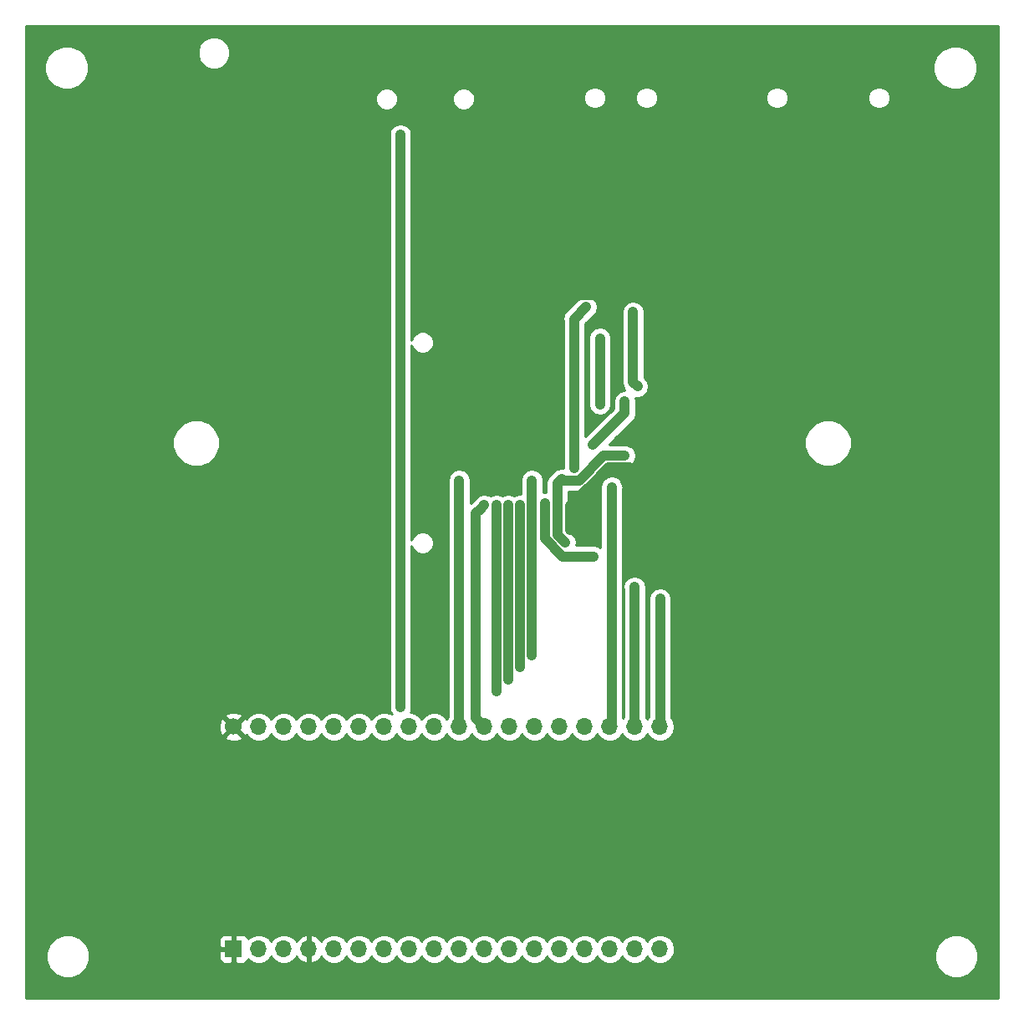
<source format=gbl>
%TF.GenerationSoftware,KiCad,Pcbnew,(5.0.0-rc2-dev)*%
%TF.CreationDate,2018-05-14T12:38:31-07:00*%
%TF.ProjectId,makerlabs-acm-reader-lock_v1.0.0,6D616B65726C6162732D61636D2D7265,rev?*%
%TF.SameCoordinates,Original*%
%TF.FileFunction,Copper,L2,Bot,Signal*%
%TF.FilePolarity,Positive*%
%FSLAX46Y46*%
G04 Gerber Fmt 4.6, Leading zero omitted, Abs format (unit mm)*
G04 Created by KiCad (PCBNEW (5.0.0-rc2-dev)) date Monday, May 14, 2018 at 12:38:31 PM*
%MOMM*%
%LPD*%
G01*
G04 APERTURE LIST*
%TA.AperFunction,ComponentPad*%
%ADD10O,1.700000X1.700000*%
%TD*%
%TA.AperFunction,ComponentPad*%
%ADD11C,1.700000*%
%TD*%
%TA.AperFunction,ComponentPad*%
%ADD12R,1.700000X1.700000*%
%TD*%
%TA.AperFunction,ViaPad*%
%ADD13C,0.800000*%
%TD*%
%TA.AperFunction,Conductor*%
%ADD14C,1.000000*%
%TD*%
%TA.AperFunction,Conductor*%
%ADD15C,0.254000*%
%TD*%
G04 APERTURE END LIST*
D10*
%TO.P,U1,19*%
%TO.N,/Interlock_Safe*%
X174980000Y-121750000D03*
%TO.P,U1,20*%
%TO.N,/MotorX_Safe*%
X172440000Y-121750000D03*
%TO.P,U1,21*%
%TO.N,/MotorY_Safe*%
X169900000Y-121750000D03*
%TO.P,U1,22*%
%TO.N,Net-(U1-Pad22)*%
X167360000Y-121750000D03*
%TO.P,U1,23*%
%TO.N,Net-(U1-Pad23)*%
X164820000Y-121750000D03*
%TO.P,U1,24*%
%TO.N,Net-(U1-Pad24)*%
X162280000Y-121750000D03*
%TO.P,U1,25*%
%TO.N,/Relay*%
X159740000Y-121750000D03*
%TO.P,U1,26*%
%TO.N,/DATA1*%
X157200000Y-121750000D03*
%TO.P,U1,27*%
%TO.N,/DATA0*%
X154660000Y-121750000D03*
%TO.P,U1,28*%
%TO.N,Net-(U1-Pad28)*%
X152120000Y-121750000D03*
%TO.P,U1,29*%
%TO.N,Net-(U1-Pad29)*%
X149580000Y-121750000D03*
%TO.P,U1,30*%
%TO.N,Net-(U1-Pad30)*%
X147040000Y-121750000D03*
%TO.P,U1,31*%
%TO.N,Net-(U1-Pad31)*%
X144500000Y-121750000D03*
%TO.P,U1,32*%
%TO.N,Net-(U1-Pad32)*%
X141960000Y-121750000D03*
%TO.P,U1,33*%
%TO.N,Net-(U1-Pad33)*%
X139420000Y-121750000D03*
%TO.P,U1,34*%
%TO.N,+3V3*%
X136880000Y-121750000D03*
%TO.P,U1,35*%
%TO.N,+5V*%
X134340000Y-121750000D03*
D11*
%TO.P,U1,36*%
%TO.N,GND*%
X131800000Y-121750000D03*
D12*
%TO.P,U1,1*%
X131800000Y-144250000D03*
D10*
%TO.P,U1,2*%
%TO.N,+5V*%
X134340000Y-144250000D03*
%TO.P,U1,3*%
%TO.N,+3V3*%
X136880000Y-144250000D03*
%TO.P,U1,4*%
%TO.N,GND*%
X139420000Y-144250000D03*
%TO.P,U1,5*%
%TO.N,Net-(U1-Pad5)*%
X141960000Y-144250000D03*
%TO.P,U1,6*%
%TO.N,Net-(U1-Pad6)*%
X144500000Y-144250000D03*
%TO.P,U1,7*%
%TO.N,Net-(U1-Pad7)*%
X147040000Y-144250000D03*
%TO.P,U1,8*%
%TO.N,Net-(U1-Pad8)*%
X149580000Y-144250000D03*
%TO.P,U1,9*%
%TO.N,/Read_Hold*%
X152120000Y-144250000D03*
%TO.P,U1,10*%
%TO.N,Net-(U1-Pad10)*%
X154660000Y-144250000D03*
%TO.P,U1,11*%
%TO.N,/Beeper*%
X157200000Y-144250000D03*
%TO.P,U1,12*%
%TO.N,Net-(U1-Pad12)*%
X159740000Y-144250000D03*
%TO.P,U1,13*%
%TO.N,Net-(U1-Pad13)*%
X162280000Y-144250000D03*
%TO.P,U1,14*%
%TO.N,Net-(U1-Pad14)*%
X164820000Y-144250000D03*
%TO.P,U1,15*%
%TO.N,/Green_LED*%
X167360000Y-144250000D03*
%TO.P,U1,16*%
%TO.N,Net-(U1-Pad16)*%
X169900000Y-144250000D03*
%TO.P,U1,17*%
%TO.N,/Red_LED*%
X172440000Y-144250000D03*
%TO.P,U1,18*%
%TO.N,Net-(U1-Pad18)*%
X174980000Y-144250000D03*
%TD*%
D13*
%TO.N,+3V3*%
X165400000Y-103100000D03*
X165002930Y-96700000D03*
X171400000Y-94300000D03*
%TO.N,GND*%
X161250000Y-93550008D03*
X165900000Y-99400000D03*
X165900000Y-101800000D03*
X161100000Y-79000000D03*
X167600000Y-97700000D03*
X172400000Y-106000000D03*
X136200000Y-101800000D03*
X131800000Y-101800000D03*
X169500000Y-79000000D03*
%TO.N,/DATA1*%
X157200000Y-99300004D03*
%TO.N,/DATA0*%
X154650000Y-96800000D03*
%TO.N,/Read_Hold*%
X158400000Y-118199998D03*
X158400000Y-99300000D03*
%TO.N,/Beeper*%
X162000000Y-114550000D03*
X162000000Y-96799992D03*
%TO.N,/Red_LED*%
X160800000Y-115750000D03*
X160800000Y-99300000D03*
%TO.N,/Green_LED*%
X159600000Y-116999992D03*
X159600000Y-99300000D03*
%TO.N,/Interlock_H*%
X172700000Y-87300000D03*
X172250000Y-79755000D03*
%TO.N,/Interlock_L*%
X166300000Y-95600000D03*
X167500000Y-79249998D03*
%TO.N,/MotorX_L*%
X168900000Y-89100000D03*
X168900000Y-82399986D03*
%TO.N,/Interlock_Safe*%
X175000000Y-108800000D03*
%TO.N,/MotorY_Safe*%
X170100002Y-97500000D03*
%TO.N,/MotorX_Safe*%
X172400000Y-107600000D03*
%TO.N,/MotorY_H*%
X168200000Y-93200000D03*
X171400000Y-88800000D03*
%TO.N,Net-(R1-Pad2)*%
X163300000Y-99100000D03*
X168250000Y-104500000D03*
%TO.N,/Relay*%
X148700000Y-61800000D03*
X148700000Y-119750000D03*
%TD*%
D14*
%TO.N,+3V3*%
X165400000Y-103100000D02*
X164599989Y-102299989D01*
X164602931Y-97099999D02*
X165002930Y-96700000D01*
X164599989Y-102299989D02*
X164599989Y-97102941D01*
X164599989Y-97102941D02*
X164602931Y-97099999D01*
X171400000Y-94300000D02*
X169302929Y-94300000D01*
X169302929Y-94300000D02*
X166802929Y-96800000D01*
X166802929Y-96800000D02*
X165102930Y-96800000D01*
X165102930Y-96800000D02*
X165002930Y-96700000D01*
%TO.N,GND*%
X161200000Y-79000000D02*
X161250000Y-79050000D01*
X161250000Y-79050000D02*
X161250000Y-92984323D01*
X161250000Y-92984323D02*
X161250000Y-93550008D01*
X165900000Y-101800000D02*
X165900000Y-99400000D01*
X167600000Y-97700000D02*
X165900000Y-99400000D01*
X161200000Y-79000000D02*
X161100000Y-79000000D01*
X169800000Y-95500000D02*
X167999999Y-97300001D01*
X172400000Y-106000000D02*
X172400000Y-96000000D01*
X167999999Y-97300001D02*
X167600000Y-97700000D01*
X172400000Y-96000000D02*
X171900000Y-95500000D01*
X171900000Y-95500000D02*
X169800000Y-95500000D01*
X162150011Y-78049989D02*
X161200000Y-79000000D01*
X168549989Y-78049989D02*
X162150011Y-78049989D01*
X169500000Y-79000000D02*
X168549989Y-78049989D01*
X131800000Y-101800000D02*
X136200000Y-101800000D01*
%TO.N,/DATA1*%
X156800001Y-99700003D02*
X157200000Y-99300004D01*
X157200000Y-121750000D02*
X156350001Y-120900001D01*
X156350001Y-120900001D02*
X156350001Y-100150003D01*
X156350001Y-100150003D02*
X156800001Y-99700003D01*
%TO.N,/DATA0*%
X154660000Y-96810000D02*
X154650000Y-96800000D01*
X154660000Y-121750000D02*
X154660000Y-96810000D01*
%TO.N,/Read_Hold*%
X158400000Y-99300000D02*
X158400000Y-118199998D01*
%TO.N,/Beeper*%
X162000000Y-96799992D02*
X162000000Y-114550000D01*
%TO.N,/Red_LED*%
X160800000Y-99300000D02*
X160800000Y-115750000D01*
%TO.N,/Green_LED*%
X159600000Y-99300000D02*
X159600000Y-116999992D01*
%TO.N,/Interlock_H*%
X172300001Y-86900001D02*
X172700000Y-87300000D01*
X172250000Y-79755000D02*
X172250000Y-86850000D01*
X172250000Y-86850000D02*
X172300001Y-86900001D01*
%TO.N,/Interlock_L*%
X166300000Y-80449998D02*
X166300000Y-95034315D01*
X167500000Y-79249998D02*
X166300000Y-80449998D01*
X166300000Y-95034315D02*
X166300000Y-95600000D01*
%TO.N,/MotorX_L*%
X168900000Y-82399986D02*
X168900000Y-89100000D01*
%TO.N,/Interlock_Safe*%
X175000000Y-108800000D02*
X175000000Y-121730000D01*
X175000000Y-121730000D02*
X174980000Y-121750000D01*
%TO.N,/MotorY_Safe*%
X169900000Y-121750000D02*
X170050000Y-121750000D01*
X170050000Y-121750000D02*
X170100000Y-121700000D01*
X170100000Y-121700000D02*
X170100000Y-97500002D01*
X170100000Y-97500002D02*
X170100002Y-97500000D01*
%TO.N,/MotorX_Safe*%
X172440000Y-107640000D02*
X172400000Y-107600000D01*
X172440000Y-121750000D02*
X172440000Y-107640000D01*
%TO.N,/MotorY_H*%
X171400000Y-89365685D02*
X171400000Y-88800000D01*
X168200000Y-93200000D02*
X171400000Y-90000000D01*
X171400000Y-90000000D02*
X171400000Y-89365685D01*
%TO.N,Net-(R1-Pad2)*%
X168250000Y-104500000D02*
X165100000Y-104500000D01*
X165100000Y-104500000D02*
X163300000Y-102700000D01*
X163300000Y-102700000D02*
X163300000Y-99665685D01*
X163300000Y-99665685D02*
X163300000Y-99100000D01*
%TO.N,/Relay*%
X148700000Y-119750000D02*
X148700000Y-61800000D01*
%TD*%
D15*
%TO.N,GND*%
G36*
X209265001Y-149265000D02*
X110735000Y-149265000D01*
X110735000Y-144555431D01*
X112765000Y-144555431D01*
X112765000Y-145444569D01*
X113105259Y-146266026D01*
X113733974Y-146894741D01*
X114555431Y-147235000D01*
X115444569Y-147235000D01*
X116266026Y-146894741D01*
X116894741Y-146266026D01*
X117235000Y-145444569D01*
X117235000Y-144555431D01*
X117226848Y-144535750D01*
X130315000Y-144535750D01*
X130315000Y-145226309D01*
X130411673Y-145459698D01*
X130590301Y-145638327D01*
X130823690Y-145735000D01*
X131514250Y-145735000D01*
X131673000Y-145576250D01*
X131673000Y-144377000D01*
X130473750Y-144377000D01*
X130315000Y-144535750D01*
X117226848Y-144535750D01*
X116894741Y-143733974D01*
X116434458Y-143273691D01*
X130315000Y-143273691D01*
X130315000Y-143964250D01*
X130473750Y-144123000D01*
X131673000Y-144123000D01*
X131673000Y-142923750D01*
X131927000Y-142923750D01*
X131927000Y-144123000D01*
X131947000Y-144123000D01*
X131947000Y-144377000D01*
X131927000Y-144377000D01*
X131927000Y-145576250D01*
X132085750Y-145735000D01*
X132776310Y-145735000D01*
X133009699Y-145638327D01*
X133188327Y-145459698D01*
X133254904Y-145298967D01*
X133269375Y-145320625D01*
X133760582Y-145648839D01*
X134193744Y-145735000D01*
X134486256Y-145735000D01*
X134919418Y-145648839D01*
X135410625Y-145320625D01*
X135610000Y-145022239D01*
X135809375Y-145320625D01*
X136300582Y-145648839D01*
X136733744Y-145735000D01*
X137026256Y-145735000D01*
X137459418Y-145648839D01*
X137950625Y-145320625D01*
X138163843Y-145001522D01*
X138224817Y-145131358D01*
X138653076Y-145521645D01*
X139063110Y-145691476D01*
X139293000Y-145570155D01*
X139293000Y-144377000D01*
X139273000Y-144377000D01*
X139273000Y-144123000D01*
X139293000Y-144123000D01*
X139293000Y-142929845D01*
X139547000Y-142929845D01*
X139547000Y-144123000D01*
X139567000Y-144123000D01*
X139567000Y-144377000D01*
X139547000Y-144377000D01*
X139547000Y-145570155D01*
X139776890Y-145691476D01*
X140186924Y-145521645D01*
X140615183Y-145131358D01*
X140676157Y-145001522D01*
X140889375Y-145320625D01*
X141380582Y-145648839D01*
X141813744Y-145735000D01*
X142106256Y-145735000D01*
X142539418Y-145648839D01*
X143030625Y-145320625D01*
X143230000Y-145022239D01*
X143429375Y-145320625D01*
X143920582Y-145648839D01*
X144353744Y-145735000D01*
X144646256Y-145735000D01*
X145079418Y-145648839D01*
X145570625Y-145320625D01*
X145770000Y-145022239D01*
X145969375Y-145320625D01*
X146460582Y-145648839D01*
X146893744Y-145735000D01*
X147186256Y-145735000D01*
X147619418Y-145648839D01*
X148110625Y-145320625D01*
X148310000Y-145022239D01*
X148509375Y-145320625D01*
X149000582Y-145648839D01*
X149433744Y-145735000D01*
X149726256Y-145735000D01*
X150159418Y-145648839D01*
X150650625Y-145320625D01*
X150850000Y-145022239D01*
X151049375Y-145320625D01*
X151540582Y-145648839D01*
X151973744Y-145735000D01*
X152266256Y-145735000D01*
X152699418Y-145648839D01*
X153190625Y-145320625D01*
X153390000Y-145022239D01*
X153589375Y-145320625D01*
X154080582Y-145648839D01*
X154513744Y-145735000D01*
X154806256Y-145735000D01*
X155239418Y-145648839D01*
X155730625Y-145320625D01*
X155930000Y-145022239D01*
X156129375Y-145320625D01*
X156620582Y-145648839D01*
X157053744Y-145735000D01*
X157346256Y-145735000D01*
X157779418Y-145648839D01*
X158270625Y-145320625D01*
X158470000Y-145022239D01*
X158669375Y-145320625D01*
X159160582Y-145648839D01*
X159593744Y-145735000D01*
X159886256Y-145735000D01*
X160319418Y-145648839D01*
X160810625Y-145320625D01*
X161010000Y-145022239D01*
X161209375Y-145320625D01*
X161700582Y-145648839D01*
X162133744Y-145735000D01*
X162426256Y-145735000D01*
X162859418Y-145648839D01*
X163350625Y-145320625D01*
X163550000Y-145022239D01*
X163749375Y-145320625D01*
X164240582Y-145648839D01*
X164673744Y-145735000D01*
X164966256Y-145735000D01*
X165399418Y-145648839D01*
X165890625Y-145320625D01*
X166090000Y-145022239D01*
X166289375Y-145320625D01*
X166780582Y-145648839D01*
X167213744Y-145735000D01*
X167506256Y-145735000D01*
X167939418Y-145648839D01*
X168430625Y-145320625D01*
X168630000Y-145022239D01*
X168829375Y-145320625D01*
X169320582Y-145648839D01*
X169753744Y-145735000D01*
X170046256Y-145735000D01*
X170479418Y-145648839D01*
X170970625Y-145320625D01*
X171170000Y-145022239D01*
X171369375Y-145320625D01*
X171860582Y-145648839D01*
X172293744Y-145735000D01*
X172586256Y-145735000D01*
X173019418Y-145648839D01*
X173510625Y-145320625D01*
X173710000Y-145022239D01*
X173909375Y-145320625D01*
X174400582Y-145648839D01*
X174833744Y-145735000D01*
X175126256Y-145735000D01*
X175559418Y-145648839D01*
X176050625Y-145320625D01*
X176378839Y-144829418D01*
X176433338Y-144555431D01*
X202765000Y-144555431D01*
X202765000Y-145444569D01*
X203105259Y-146266026D01*
X203733974Y-146894741D01*
X204555431Y-147235000D01*
X205444569Y-147235000D01*
X206266026Y-146894741D01*
X206894741Y-146266026D01*
X207235000Y-145444569D01*
X207235000Y-144555431D01*
X206894741Y-143733974D01*
X206266026Y-143105259D01*
X205444569Y-142765000D01*
X204555431Y-142765000D01*
X203733974Y-143105259D01*
X203105259Y-143733974D01*
X202765000Y-144555431D01*
X176433338Y-144555431D01*
X176494092Y-144250000D01*
X176378839Y-143670582D01*
X176050625Y-143179375D01*
X175559418Y-142851161D01*
X175126256Y-142765000D01*
X174833744Y-142765000D01*
X174400582Y-142851161D01*
X173909375Y-143179375D01*
X173710000Y-143477761D01*
X173510625Y-143179375D01*
X173019418Y-142851161D01*
X172586256Y-142765000D01*
X172293744Y-142765000D01*
X171860582Y-142851161D01*
X171369375Y-143179375D01*
X171170000Y-143477761D01*
X170970625Y-143179375D01*
X170479418Y-142851161D01*
X170046256Y-142765000D01*
X169753744Y-142765000D01*
X169320582Y-142851161D01*
X168829375Y-143179375D01*
X168630000Y-143477761D01*
X168430625Y-143179375D01*
X167939418Y-142851161D01*
X167506256Y-142765000D01*
X167213744Y-142765000D01*
X166780582Y-142851161D01*
X166289375Y-143179375D01*
X166090000Y-143477761D01*
X165890625Y-143179375D01*
X165399418Y-142851161D01*
X164966256Y-142765000D01*
X164673744Y-142765000D01*
X164240582Y-142851161D01*
X163749375Y-143179375D01*
X163550000Y-143477761D01*
X163350625Y-143179375D01*
X162859418Y-142851161D01*
X162426256Y-142765000D01*
X162133744Y-142765000D01*
X161700582Y-142851161D01*
X161209375Y-143179375D01*
X161010000Y-143477761D01*
X160810625Y-143179375D01*
X160319418Y-142851161D01*
X159886256Y-142765000D01*
X159593744Y-142765000D01*
X159160582Y-142851161D01*
X158669375Y-143179375D01*
X158470000Y-143477761D01*
X158270625Y-143179375D01*
X157779418Y-142851161D01*
X157346256Y-142765000D01*
X157053744Y-142765000D01*
X156620582Y-142851161D01*
X156129375Y-143179375D01*
X155930000Y-143477761D01*
X155730625Y-143179375D01*
X155239418Y-142851161D01*
X154806256Y-142765000D01*
X154513744Y-142765000D01*
X154080582Y-142851161D01*
X153589375Y-143179375D01*
X153390000Y-143477761D01*
X153190625Y-143179375D01*
X152699418Y-142851161D01*
X152266256Y-142765000D01*
X151973744Y-142765000D01*
X151540582Y-142851161D01*
X151049375Y-143179375D01*
X150850000Y-143477761D01*
X150650625Y-143179375D01*
X150159418Y-142851161D01*
X149726256Y-142765000D01*
X149433744Y-142765000D01*
X149000582Y-142851161D01*
X148509375Y-143179375D01*
X148310000Y-143477761D01*
X148110625Y-143179375D01*
X147619418Y-142851161D01*
X147186256Y-142765000D01*
X146893744Y-142765000D01*
X146460582Y-142851161D01*
X145969375Y-143179375D01*
X145770000Y-143477761D01*
X145570625Y-143179375D01*
X145079418Y-142851161D01*
X144646256Y-142765000D01*
X144353744Y-142765000D01*
X143920582Y-142851161D01*
X143429375Y-143179375D01*
X143230000Y-143477761D01*
X143030625Y-143179375D01*
X142539418Y-142851161D01*
X142106256Y-142765000D01*
X141813744Y-142765000D01*
X141380582Y-142851161D01*
X140889375Y-143179375D01*
X140676157Y-143498478D01*
X140615183Y-143368642D01*
X140186924Y-142978355D01*
X139776890Y-142808524D01*
X139547000Y-142929845D01*
X139293000Y-142929845D01*
X139063110Y-142808524D01*
X138653076Y-142978355D01*
X138224817Y-143368642D01*
X138163843Y-143498478D01*
X137950625Y-143179375D01*
X137459418Y-142851161D01*
X137026256Y-142765000D01*
X136733744Y-142765000D01*
X136300582Y-142851161D01*
X135809375Y-143179375D01*
X135610000Y-143477761D01*
X135410625Y-143179375D01*
X134919418Y-142851161D01*
X134486256Y-142765000D01*
X134193744Y-142765000D01*
X133760582Y-142851161D01*
X133269375Y-143179375D01*
X133254904Y-143201033D01*
X133188327Y-143040302D01*
X133009699Y-142861673D01*
X132776310Y-142765000D01*
X132085750Y-142765000D01*
X131927000Y-142923750D01*
X131673000Y-142923750D01*
X131514250Y-142765000D01*
X130823690Y-142765000D01*
X130590301Y-142861673D01*
X130411673Y-143040302D01*
X130315000Y-143273691D01*
X116434458Y-143273691D01*
X116266026Y-143105259D01*
X115444569Y-142765000D01*
X114555431Y-142765000D01*
X113733974Y-143105259D01*
X113105259Y-143733974D01*
X112765000Y-144555431D01*
X110735000Y-144555431D01*
X110735000Y-122793958D01*
X130935647Y-122793958D01*
X131015920Y-123045259D01*
X131571279Y-123246718D01*
X132161458Y-123220315D01*
X132584080Y-123045259D01*
X132664353Y-122793958D01*
X131800000Y-121929605D01*
X130935647Y-122793958D01*
X110735000Y-122793958D01*
X110735000Y-121521279D01*
X130303282Y-121521279D01*
X130329685Y-122111458D01*
X130504741Y-122534080D01*
X130756042Y-122614353D01*
X131620395Y-121750000D01*
X131979605Y-121750000D01*
X132843958Y-122614353D01*
X133080963Y-122538647D01*
X133269375Y-122820625D01*
X133760582Y-123148839D01*
X134193744Y-123235000D01*
X134486256Y-123235000D01*
X134919418Y-123148839D01*
X135410625Y-122820625D01*
X135610000Y-122522239D01*
X135809375Y-122820625D01*
X136300582Y-123148839D01*
X136733744Y-123235000D01*
X137026256Y-123235000D01*
X137459418Y-123148839D01*
X137950625Y-122820625D01*
X138150000Y-122522239D01*
X138349375Y-122820625D01*
X138840582Y-123148839D01*
X139273744Y-123235000D01*
X139566256Y-123235000D01*
X139999418Y-123148839D01*
X140490625Y-122820625D01*
X140690000Y-122522239D01*
X140889375Y-122820625D01*
X141380582Y-123148839D01*
X141813744Y-123235000D01*
X142106256Y-123235000D01*
X142539418Y-123148839D01*
X143030625Y-122820625D01*
X143230000Y-122522239D01*
X143429375Y-122820625D01*
X143920582Y-123148839D01*
X144353744Y-123235000D01*
X144646256Y-123235000D01*
X145079418Y-123148839D01*
X145570625Y-122820625D01*
X145770000Y-122522239D01*
X145969375Y-122820625D01*
X146460582Y-123148839D01*
X146893744Y-123235000D01*
X147186256Y-123235000D01*
X147619418Y-123148839D01*
X148110625Y-122820625D01*
X148310000Y-122522239D01*
X148509375Y-122820625D01*
X149000582Y-123148839D01*
X149433744Y-123235000D01*
X149726256Y-123235000D01*
X150159418Y-123148839D01*
X150650625Y-122820625D01*
X150850000Y-122522239D01*
X151049375Y-122820625D01*
X151540582Y-123148839D01*
X151973744Y-123235000D01*
X152266256Y-123235000D01*
X152699418Y-123148839D01*
X153190625Y-122820625D01*
X153390000Y-122522239D01*
X153589375Y-122820625D01*
X154080582Y-123148839D01*
X154513744Y-123235000D01*
X154806256Y-123235000D01*
X155239418Y-123148839D01*
X155730625Y-122820625D01*
X155930000Y-122522239D01*
X156129375Y-122820625D01*
X156620582Y-123148839D01*
X157053744Y-123235000D01*
X157346256Y-123235000D01*
X157779418Y-123148839D01*
X158270625Y-122820625D01*
X158470000Y-122522239D01*
X158669375Y-122820625D01*
X159160582Y-123148839D01*
X159593744Y-123235000D01*
X159886256Y-123235000D01*
X160319418Y-123148839D01*
X160810625Y-122820625D01*
X161010000Y-122522239D01*
X161209375Y-122820625D01*
X161700582Y-123148839D01*
X162133744Y-123235000D01*
X162426256Y-123235000D01*
X162859418Y-123148839D01*
X163350625Y-122820625D01*
X163550000Y-122522239D01*
X163749375Y-122820625D01*
X164240582Y-123148839D01*
X164673744Y-123235000D01*
X164966256Y-123235000D01*
X165399418Y-123148839D01*
X165890625Y-122820625D01*
X166090000Y-122522239D01*
X166289375Y-122820625D01*
X166780582Y-123148839D01*
X167213744Y-123235000D01*
X167506256Y-123235000D01*
X167939418Y-123148839D01*
X168430625Y-122820625D01*
X168630000Y-122522239D01*
X168829375Y-122820625D01*
X169320582Y-123148839D01*
X169753744Y-123235000D01*
X170046256Y-123235000D01*
X170479418Y-123148839D01*
X170970625Y-122820625D01*
X171170000Y-122522239D01*
X171369375Y-122820625D01*
X171860582Y-123148839D01*
X172293744Y-123235000D01*
X172586256Y-123235000D01*
X173019418Y-123148839D01*
X173510625Y-122820625D01*
X173710000Y-122522239D01*
X173909375Y-122820625D01*
X174400582Y-123148839D01*
X174833744Y-123235000D01*
X175126256Y-123235000D01*
X175559418Y-123148839D01*
X176050625Y-122820625D01*
X176378839Y-122329418D01*
X176494092Y-121750000D01*
X176378839Y-121170582D01*
X176135000Y-120805651D01*
X176135000Y-108688217D01*
X176069146Y-108357145D01*
X175818289Y-107981711D01*
X175442854Y-107730854D01*
X175000000Y-107642765D01*
X174557145Y-107730854D01*
X174181711Y-107981711D01*
X173930854Y-108357146D01*
X173865000Y-108688218D01*
X173865001Y-120745786D01*
X173710000Y-120977761D01*
X173575000Y-120775719D01*
X173575000Y-107751783D01*
X173597235Y-107640000D01*
X173509146Y-107197146D01*
X173509146Y-107197145D01*
X173258289Y-106821711D01*
X173163519Y-106758388D01*
X173123523Y-106718392D01*
X172842854Y-106530854D01*
X172400000Y-106442765D01*
X171957146Y-106530854D01*
X171581712Y-106781712D01*
X171330854Y-107157146D01*
X171242765Y-107600000D01*
X171305001Y-107912882D01*
X171305000Y-120775719D01*
X171235000Y-120880481D01*
X171235000Y-97611793D01*
X171257237Y-97500000D01*
X171169148Y-97057146D01*
X170918290Y-96681712D01*
X170542856Y-96430854D01*
X170100002Y-96342765D01*
X169657148Y-96430854D01*
X169461900Y-96561315D01*
X169281712Y-96681713D01*
X169126690Y-96913720D01*
X169030854Y-97057148D01*
X168942765Y-97500002D01*
X168965001Y-97611790D01*
X168965001Y-103612696D01*
X168692855Y-103430854D01*
X168361783Y-103365000D01*
X166504523Y-103365000D01*
X166557235Y-103099999D01*
X166469145Y-102657145D01*
X166281608Y-102376476D01*
X165734989Y-101829858D01*
X165734989Y-97935000D01*
X166691146Y-97935000D01*
X166802929Y-97957235D01*
X166914712Y-97935000D01*
X167245784Y-97869146D01*
X167621218Y-97618289D01*
X167684542Y-97523518D01*
X169773061Y-95435000D01*
X171511783Y-95435000D01*
X171842855Y-95369146D01*
X172218289Y-95118289D01*
X172469146Y-94742855D01*
X172557235Y-94300000D01*
X172469146Y-93857145D01*
X172218289Y-93481711D01*
X171842855Y-93230854D01*
X171511783Y-93165000D01*
X169840131Y-93165000D01*
X170479537Y-92525594D01*
X189615000Y-92525594D01*
X189615000Y-93474406D01*
X189978095Y-94350994D01*
X190649006Y-95021905D01*
X191525594Y-95385000D01*
X192474406Y-95385000D01*
X193350994Y-95021905D01*
X194021905Y-94350994D01*
X194385000Y-93474406D01*
X194385000Y-92525594D01*
X194021905Y-91649006D01*
X193350994Y-90978095D01*
X192474406Y-90615000D01*
X191525594Y-90615000D01*
X190649006Y-90978095D01*
X189978095Y-91649006D01*
X189615000Y-92525594D01*
X170479537Y-92525594D01*
X172123521Y-90881610D01*
X172218289Y-90818289D01*
X172469146Y-90442855D01*
X172535000Y-90111783D01*
X172535000Y-90111782D01*
X172557235Y-90000001D01*
X172535000Y-89888219D01*
X172535000Y-88688218D01*
X172480365Y-88413547D01*
X172699999Y-88457235D01*
X173142854Y-88369146D01*
X173518288Y-88118288D01*
X173769146Y-87742854D01*
X173857235Y-87299999D01*
X173769146Y-86857146D01*
X173581608Y-86576477D01*
X173385000Y-86379869D01*
X173385000Y-79643217D01*
X173319146Y-79312145D01*
X173068289Y-78936711D01*
X172692854Y-78685854D01*
X172250000Y-78597765D01*
X171807145Y-78685854D01*
X171431711Y-78936711D01*
X171180854Y-79312146D01*
X171115000Y-79643218D01*
X171115001Y-86738212D01*
X171092765Y-86850000D01*
X171180854Y-87292854D01*
X171180855Y-87292855D01*
X171416904Y-87646127D01*
X171400000Y-87642765D01*
X170957146Y-87730854D01*
X170581712Y-87981711D01*
X170330854Y-88357145D01*
X170265000Y-88688217D01*
X170265000Y-89529868D01*
X167435000Y-92359869D01*
X167435000Y-82288204D01*
X167765000Y-82288204D01*
X167765001Y-89211783D01*
X167830855Y-89542855D01*
X168081712Y-89918289D01*
X168457146Y-90169146D01*
X168900000Y-90257235D01*
X169342855Y-90169146D01*
X169718289Y-89918289D01*
X169969146Y-89542855D01*
X170035000Y-89211783D01*
X170035000Y-82288203D01*
X169969146Y-81957131D01*
X169718289Y-81581697D01*
X169342854Y-81330840D01*
X168900000Y-81242751D01*
X168457145Y-81330840D01*
X168081711Y-81581697D01*
X167830854Y-81957132D01*
X167765000Y-82288204D01*
X167435000Y-82288204D01*
X167435000Y-80920129D01*
X168381608Y-79973522D01*
X168569145Y-79692853D01*
X168657235Y-79249999D01*
X168569145Y-78807144D01*
X168318288Y-78431710D01*
X167942854Y-78180853D01*
X167499999Y-78092763D01*
X167057145Y-78180853D01*
X166776476Y-78368390D01*
X165576482Y-79568385D01*
X165481711Y-79631709D01*
X165230855Y-80007143D01*
X165230854Y-80007144D01*
X165142765Y-80449998D01*
X165165000Y-80561781D01*
X165165001Y-94922528D01*
X165165000Y-94922533D01*
X165165000Y-95575003D01*
X165002930Y-95542765D01*
X165002929Y-95542765D01*
X164560076Y-95630854D01*
X164184642Y-95881712D01*
X164121321Y-95976478D01*
X163876469Y-96221330D01*
X163781701Y-96284652D01*
X163652890Y-96477431D01*
X163530843Y-96660087D01*
X163442754Y-97102941D01*
X163464990Y-97214729D01*
X163464990Y-97975583D01*
X163300000Y-97942765D01*
X163135000Y-97975585D01*
X163135000Y-96688209D01*
X163069146Y-96357137D01*
X162818289Y-95981703D01*
X162442854Y-95730846D01*
X162000000Y-95642757D01*
X161557145Y-95730846D01*
X161181711Y-95981703D01*
X160930854Y-96357138D01*
X160865000Y-96688210D01*
X160865000Y-98155694D01*
X160800000Y-98142765D01*
X160357145Y-98230854D01*
X160200000Y-98335855D01*
X160042854Y-98230854D01*
X159600000Y-98142765D01*
X159157145Y-98230854D01*
X159000000Y-98335855D01*
X158842854Y-98230854D01*
X158400000Y-98142765D01*
X157957145Y-98230854D01*
X157799996Y-98335857D01*
X157642854Y-98230858D01*
X157199999Y-98142769D01*
X156757146Y-98230858D01*
X156476477Y-98418396D01*
X155795000Y-99099873D01*
X155795000Y-96921782D01*
X155817235Y-96809999D01*
X155729146Y-96367146D01*
X155729146Y-96367145D01*
X155478289Y-95991711D01*
X155383518Y-95928387D01*
X155373523Y-95918392D01*
X155092854Y-95730854D01*
X154650000Y-95642765D01*
X154207146Y-95730854D01*
X153831712Y-95981712D01*
X153580854Y-96357146D01*
X153492765Y-96800000D01*
X153525001Y-96962062D01*
X153525000Y-120775719D01*
X153390000Y-120977761D01*
X153190625Y-120679375D01*
X152699418Y-120351161D01*
X152266256Y-120265000D01*
X151973744Y-120265000D01*
X151540582Y-120351161D01*
X151049375Y-120679375D01*
X150850000Y-120977761D01*
X150650625Y-120679375D01*
X150159418Y-120351161D01*
X149726256Y-120265000D01*
X149720940Y-120265000D01*
X149769146Y-120192855D01*
X149835000Y-119861783D01*
X149835000Y-103424050D01*
X149987793Y-103792926D01*
X150307074Y-104112207D01*
X150724234Y-104285000D01*
X151175766Y-104285000D01*
X151592926Y-104112207D01*
X151912207Y-103792926D01*
X152085000Y-103375766D01*
X152085000Y-102924234D01*
X151912207Y-102507074D01*
X151592926Y-102187793D01*
X151175766Y-102015000D01*
X150724234Y-102015000D01*
X150307074Y-102187793D01*
X149987793Y-102507074D01*
X149835000Y-102875950D01*
X149835000Y-83124050D01*
X149987793Y-83492926D01*
X150307074Y-83812207D01*
X150724234Y-83985000D01*
X151175766Y-83985000D01*
X151592926Y-83812207D01*
X151912207Y-83492926D01*
X152085000Y-83075766D01*
X152085000Y-82624234D01*
X151912207Y-82207074D01*
X151592926Y-81887793D01*
X151175766Y-81715000D01*
X150724234Y-81715000D01*
X150307074Y-81887793D01*
X149987793Y-82207074D01*
X149835000Y-82575950D01*
X149835000Y-61688217D01*
X149769146Y-61357145D01*
X149518289Y-60981711D01*
X149142855Y-60730854D01*
X148700000Y-60642765D01*
X148257146Y-60730854D01*
X147881712Y-60981711D01*
X147630855Y-61357145D01*
X147565001Y-61688217D01*
X147565000Y-119861782D01*
X147630854Y-120192854D01*
X147831170Y-120492649D01*
X147619418Y-120351161D01*
X147186256Y-120265000D01*
X146893744Y-120265000D01*
X146460582Y-120351161D01*
X145969375Y-120679375D01*
X145770000Y-120977761D01*
X145570625Y-120679375D01*
X145079418Y-120351161D01*
X144646256Y-120265000D01*
X144353744Y-120265000D01*
X143920582Y-120351161D01*
X143429375Y-120679375D01*
X143230000Y-120977761D01*
X143030625Y-120679375D01*
X142539418Y-120351161D01*
X142106256Y-120265000D01*
X141813744Y-120265000D01*
X141380582Y-120351161D01*
X140889375Y-120679375D01*
X140690000Y-120977761D01*
X140490625Y-120679375D01*
X139999418Y-120351161D01*
X139566256Y-120265000D01*
X139273744Y-120265000D01*
X138840582Y-120351161D01*
X138349375Y-120679375D01*
X138150000Y-120977761D01*
X137950625Y-120679375D01*
X137459418Y-120351161D01*
X137026256Y-120265000D01*
X136733744Y-120265000D01*
X136300582Y-120351161D01*
X135809375Y-120679375D01*
X135610000Y-120977761D01*
X135410625Y-120679375D01*
X134919418Y-120351161D01*
X134486256Y-120265000D01*
X134193744Y-120265000D01*
X133760582Y-120351161D01*
X133269375Y-120679375D01*
X133080963Y-120961353D01*
X132843958Y-120885647D01*
X131979605Y-121750000D01*
X131620395Y-121750000D01*
X130756042Y-120885647D01*
X130504741Y-120965920D01*
X130303282Y-121521279D01*
X110735000Y-121521279D01*
X110735000Y-120706042D01*
X130935647Y-120706042D01*
X131800000Y-121570395D01*
X132664353Y-120706042D01*
X132584080Y-120454741D01*
X132028721Y-120253282D01*
X131438542Y-120279685D01*
X131015920Y-120454741D01*
X130935647Y-120706042D01*
X110735000Y-120706042D01*
X110735000Y-92525594D01*
X125615000Y-92525594D01*
X125615000Y-93474406D01*
X125978095Y-94350994D01*
X126649006Y-95021905D01*
X127525594Y-95385000D01*
X128474406Y-95385000D01*
X129350994Y-95021905D01*
X130021905Y-94350994D01*
X130385000Y-93474406D01*
X130385000Y-92525594D01*
X130021905Y-91649006D01*
X129350994Y-90978095D01*
X128474406Y-90615000D01*
X127525594Y-90615000D01*
X126649006Y-90978095D01*
X125978095Y-91649006D01*
X125615000Y-92525594D01*
X110735000Y-92525594D01*
X110735000Y-57924234D01*
X146165000Y-57924234D01*
X146165000Y-58375766D01*
X146337793Y-58792926D01*
X146657074Y-59112207D01*
X147074234Y-59285000D01*
X147525766Y-59285000D01*
X147942926Y-59112207D01*
X148262207Y-58792926D01*
X148435000Y-58375766D01*
X148435000Y-57924234D01*
X153965000Y-57924234D01*
X153965000Y-58375766D01*
X154137793Y-58792926D01*
X154457074Y-59112207D01*
X154874234Y-59285000D01*
X155325766Y-59285000D01*
X155742926Y-59112207D01*
X156062207Y-58792926D01*
X156235000Y-58375766D01*
X156235000Y-57924234D01*
X156193579Y-57824234D01*
X167215000Y-57824234D01*
X167215000Y-58275766D01*
X167387793Y-58692926D01*
X167707074Y-59012207D01*
X168124234Y-59185000D01*
X168575766Y-59185000D01*
X168992926Y-59012207D01*
X169312207Y-58692926D01*
X169485000Y-58275766D01*
X169485000Y-57824234D01*
X172515000Y-57824234D01*
X172515000Y-58275766D01*
X172687793Y-58692926D01*
X173007074Y-59012207D01*
X173424234Y-59185000D01*
X173875766Y-59185000D01*
X174292926Y-59012207D01*
X174612207Y-58692926D01*
X174785000Y-58275766D01*
X174785000Y-57824234D01*
X185715000Y-57824234D01*
X185715000Y-58275766D01*
X185887793Y-58692926D01*
X186207074Y-59012207D01*
X186624234Y-59185000D01*
X187075766Y-59185000D01*
X187492926Y-59012207D01*
X187812207Y-58692926D01*
X187985000Y-58275766D01*
X187985000Y-57824234D01*
X196015000Y-57824234D01*
X196015000Y-58275766D01*
X196187793Y-58692926D01*
X196507074Y-59012207D01*
X196924234Y-59185000D01*
X197375766Y-59185000D01*
X197792926Y-59012207D01*
X198112207Y-58692926D01*
X198285000Y-58275766D01*
X198285000Y-57824234D01*
X198112207Y-57407074D01*
X197792926Y-57087793D01*
X197375766Y-56915000D01*
X196924234Y-56915000D01*
X196507074Y-57087793D01*
X196187793Y-57407074D01*
X196015000Y-57824234D01*
X187985000Y-57824234D01*
X187812207Y-57407074D01*
X187492926Y-57087793D01*
X187075766Y-56915000D01*
X186624234Y-56915000D01*
X186207074Y-57087793D01*
X185887793Y-57407074D01*
X185715000Y-57824234D01*
X174785000Y-57824234D01*
X174612207Y-57407074D01*
X174292926Y-57087793D01*
X173875766Y-56915000D01*
X173424234Y-56915000D01*
X173007074Y-57087793D01*
X172687793Y-57407074D01*
X172515000Y-57824234D01*
X169485000Y-57824234D01*
X169312207Y-57407074D01*
X168992926Y-57087793D01*
X168575766Y-56915000D01*
X168124234Y-56915000D01*
X167707074Y-57087793D01*
X167387793Y-57407074D01*
X167215000Y-57824234D01*
X156193579Y-57824234D01*
X156062207Y-57507074D01*
X155742926Y-57187793D01*
X155325766Y-57015000D01*
X154874234Y-57015000D01*
X154457074Y-57187793D01*
X154137793Y-57507074D01*
X153965000Y-57924234D01*
X148435000Y-57924234D01*
X148262207Y-57507074D01*
X147942926Y-57187793D01*
X147525766Y-57015000D01*
X147074234Y-57015000D01*
X146657074Y-57187793D01*
X146337793Y-57507074D01*
X146165000Y-57924234D01*
X110735000Y-57924234D01*
X110735000Y-54555431D01*
X112665000Y-54555431D01*
X112665000Y-55444569D01*
X113005259Y-56266026D01*
X113633974Y-56894741D01*
X114455431Y-57235000D01*
X115344569Y-57235000D01*
X116166026Y-56894741D01*
X116794741Y-56266026D01*
X117135000Y-55444569D01*
X117135000Y-54555431D01*
X116794741Y-53733974D01*
X116235545Y-53174778D01*
X128165000Y-53174778D01*
X128165000Y-53825222D01*
X128413914Y-54426153D01*
X128873847Y-54886086D01*
X129474778Y-55135000D01*
X130125222Y-55135000D01*
X130726153Y-54886086D01*
X131056808Y-54555431D01*
X202665000Y-54555431D01*
X202665000Y-55444569D01*
X203005259Y-56266026D01*
X203633974Y-56894741D01*
X204455431Y-57235000D01*
X205344569Y-57235000D01*
X206166026Y-56894741D01*
X206794741Y-56266026D01*
X207135000Y-55444569D01*
X207135000Y-54555431D01*
X206794741Y-53733974D01*
X206166026Y-53105259D01*
X205344569Y-52765000D01*
X204455431Y-52765000D01*
X203633974Y-53105259D01*
X203005259Y-53733974D01*
X202665000Y-54555431D01*
X131056808Y-54555431D01*
X131186086Y-54426153D01*
X131435000Y-53825222D01*
X131435000Y-53174778D01*
X131186086Y-52573847D01*
X130726153Y-52113914D01*
X130125222Y-51865000D01*
X129474778Y-51865000D01*
X128873847Y-52113914D01*
X128413914Y-52573847D01*
X128165000Y-53174778D01*
X116235545Y-53174778D01*
X116166026Y-53105259D01*
X115344569Y-52765000D01*
X114455431Y-52765000D01*
X113633974Y-53105259D01*
X113005259Y-53733974D01*
X112665000Y-54555431D01*
X110735000Y-54555431D01*
X110735000Y-50735000D01*
X209265000Y-50735000D01*
X209265001Y-149265000D01*
X209265001Y-149265000D01*
G37*
X209265001Y-149265000D02*
X110735000Y-149265000D01*
X110735000Y-144555431D01*
X112765000Y-144555431D01*
X112765000Y-145444569D01*
X113105259Y-146266026D01*
X113733974Y-146894741D01*
X114555431Y-147235000D01*
X115444569Y-147235000D01*
X116266026Y-146894741D01*
X116894741Y-146266026D01*
X117235000Y-145444569D01*
X117235000Y-144555431D01*
X117226848Y-144535750D01*
X130315000Y-144535750D01*
X130315000Y-145226309D01*
X130411673Y-145459698D01*
X130590301Y-145638327D01*
X130823690Y-145735000D01*
X131514250Y-145735000D01*
X131673000Y-145576250D01*
X131673000Y-144377000D01*
X130473750Y-144377000D01*
X130315000Y-144535750D01*
X117226848Y-144535750D01*
X116894741Y-143733974D01*
X116434458Y-143273691D01*
X130315000Y-143273691D01*
X130315000Y-143964250D01*
X130473750Y-144123000D01*
X131673000Y-144123000D01*
X131673000Y-142923750D01*
X131927000Y-142923750D01*
X131927000Y-144123000D01*
X131947000Y-144123000D01*
X131947000Y-144377000D01*
X131927000Y-144377000D01*
X131927000Y-145576250D01*
X132085750Y-145735000D01*
X132776310Y-145735000D01*
X133009699Y-145638327D01*
X133188327Y-145459698D01*
X133254904Y-145298967D01*
X133269375Y-145320625D01*
X133760582Y-145648839D01*
X134193744Y-145735000D01*
X134486256Y-145735000D01*
X134919418Y-145648839D01*
X135410625Y-145320625D01*
X135610000Y-145022239D01*
X135809375Y-145320625D01*
X136300582Y-145648839D01*
X136733744Y-145735000D01*
X137026256Y-145735000D01*
X137459418Y-145648839D01*
X137950625Y-145320625D01*
X138163843Y-145001522D01*
X138224817Y-145131358D01*
X138653076Y-145521645D01*
X139063110Y-145691476D01*
X139293000Y-145570155D01*
X139293000Y-144377000D01*
X139273000Y-144377000D01*
X139273000Y-144123000D01*
X139293000Y-144123000D01*
X139293000Y-142929845D01*
X139547000Y-142929845D01*
X139547000Y-144123000D01*
X139567000Y-144123000D01*
X139567000Y-144377000D01*
X139547000Y-144377000D01*
X139547000Y-145570155D01*
X139776890Y-145691476D01*
X140186924Y-145521645D01*
X140615183Y-145131358D01*
X140676157Y-145001522D01*
X140889375Y-145320625D01*
X141380582Y-145648839D01*
X141813744Y-145735000D01*
X142106256Y-145735000D01*
X142539418Y-145648839D01*
X143030625Y-145320625D01*
X143230000Y-145022239D01*
X143429375Y-145320625D01*
X143920582Y-145648839D01*
X144353744Y-145735000D01*
X144646256Y-145735000D01*
X145079418Y-145648839D01*
X145570625Y-145320625D01*
X145770000Y-145022239D01*
X145969375Y-145320625D01*
X146460582Y-145648839D01*
X146893744Y-145735000D01*
X147186256Y-145735000D01*
X147619418Y-145648839D01*
X148110625Y-145320625D01*
X148310000Y-145022239D01*
X148509375Y-145320625D01*
X149000582Y-145648839D01*
X149433744Y-145735000D01*
X149726256Y-145735000D01*
X150159418Y-145648839D01*
X150650625Y-145320625D01*
X150850000Y-145022239D01*
X151049375Y-145320625D01*
X151540582Y-145648839D01*
X151973744Y-145735000D01*
X152266256Y-145735000D01*
X152699418Y-145648839D01*
X153190625Y-145320625D01*
X153390000Y-145022239D01*
X153589375Y-145320625D01*
X154080582Y-145648839D01*
X154513744Y-145735000D01*
X154806256Y-145735000D01*
X155239418Y-145648839D01*
X155730625Y-145320625D01*
X155930000Y-145022239D01*
X156129375Y-145320625D01*
X156620582Y-145648839D01*
X157053744Y-145735000D01*
X157346256Y-145735000D01*
X157779418Y-145648839D01*
X158270625Y-145320625D01*
X158470000Y-145022239D01*
X158669375Y-145320625D01*
X159160582Y-145648839D01*
X159593744Y-145735000D01*
X159886256Y-145735000D01*
X160319418Y-145648839D01*
X160810625Y-145320625D01*
X161010000Y-145022239D01*
X161209375Y-145320625D01*
X161700582Y-145648839D01*
X162133744Y-145735000D01*
X162426256Y-145735000D01*
X162859418Y-145648839D01*
X163350625Y-145320625D01*
X163550000Y-145022239D01*
X163749375Y-145320625D01*
X164240582Y-145648839D01*
X164673744Y-145735000D01*
X164966256Y-145735000D01*
X165399418Y-145648839D01*
X165890625Y-145320625D01*
X166090000Y-145022239D01*
X166289375Y-145320625D01*
X166780582Y-145648839D01*
X167213744Y-145735000D01*
X167506256Y-145735000D01*
X167939418Y-145648839D01*
X168430625Y-145320625D01*
X168630000Y-145022239D01*
X168829375Y-145320625D01*
X169320582Y-145648839D01*
X169753744Y-145735000D01*
X170046256Y-145735000D01*
X170479418Y-145648839D01*
X170970625Y-145320625D01*
X171170000Y-145022239D01*
X171369375Y-145320625D01*
X171860582Y-145648839D01*
X172293744Y-145735000D01*
X172586256Y-145735000D01*
X173019418Y-145648839D01*
X173510625Y-145320625D01*
X173710000Y-145022239D01*
X173909375Y-145320625D01*
X174400582Y-145648839D01*
X174833744Y-145735000D01*
X175126256Y-145735000D01*
X175559418Y-145648839D01*
X176050625Y-145320625D01*
X176378839Y-144829418D01*
X176433338Y-144555431D01*
X202765000Y-144555431D01*
X202765000Y-145444569D01*
X203105259Y-146266026D01*
X203733974Y-146894741D01*
X204555431Y-147235000D01*
X205444569Y-147235000D01*
X206266026Y-146894741D01*
X206894741Y-146266026D01*
X207235000Y-145444569D01*
X207235000Y-144555431D01*
X206894741Y-143733974D01*
X206266026Y-143105259D01*
X205444569Y-142765000D01*
X204555431Y-142765000D01*
X203733974Y-143105259D01*
X203105259Y-143733974D01*
X202765000Y-144555431D01*
X176433338Y-144555431D01*
X176494092Y-144250000D01*
X176378839Y-143670582D01*
X176050625Y-143179375D01*
X175559418Y-142851161D01*
X175126256Y-142765000D01*
X174833744Y-142765000D01*
X174400582Y-142851161D01*
X173909375Y-143179375D01*
X173710000Y-143477761D01*
X173510625Y-143179375D01*
X173019418Y-142851161D01*
X172586256Y-142765000D01*
X172293744Y-142765000D01*
X171860582Y-142851161D01*
X171369375Y-143179375D01*
X171170000Y-143477761D01*
X170970625Y-143179375D01*
X170479418Y-142851161D01*
X170046256Y-142765000D01*
X169753744Y-142765000D01*
X169320582Y-142851161D01*
X168829375Y-143179375D01*
X168630000Y-143477761D01*
X168430625Y-143179375D01*
X167939418Y-142851161D01*
X167506256Y-142765000D01*
X167213744Y-142765000D01*
X166780582Y-142851161D01*
X166289375Y-143179375D01*
X166090000Y-143477761D01*
X165890625Y-143179375D01*
X165399418Y-142851161D01*
X164966256Y-142765000D01*
X164673744Y-142765000D01*
X164240582Y-142851161D01*
X163749375Y-143179375D01*
X163550000Y-143477761D01*
X163350625Y-143179375D01*
X162859418Y-142851161D01*
X162426256Y-142765000D01*
X162133744Y-142765000D01*
X161700582Y-142851161D01*
X161209375Y-143179375D01*
X161010000Y-143477761D01*
X160810625Y-143179375D01*
X160319418Y-142851161D01*
X159886256Y-142765000D01*
X159593744Y-142765000D01*
X159160582Y-142851161D01*
X158669375Y-143179375D01*
X158470000Y-143477761D01*
X158270625Y-143179375D01*
X157779418Y-142851161D01*
X157346256Y-142765000D01*
X157053744Y-142765000D01*
X156620582Y-142851161D01*
X156129375Y-143179375D01*
X155930000Y-143477761D01*
X155730625Y-143179375D01*
X155239418Y-142851161D01*
X154806256Y-142765000D01*
X154513744Y-142765000D01*
X154080582Y-142851161D01*
X153589375Y-143179375D01*
X153390000Y-143477761D01*
X153190625Y-143179375D01*
X152699418Y-142851161D01*
X152266256Y-142765000D01*
X151973744Y-142765000D01*
X151540582Y-142851161D01*
X151049375Y-143179375D01*
X150850000Y-143477761D01*
X150650625Y-143179375D01*
X150159418Y-142851161D01*
X149726256Y-142765000D01*
X149433744Y-142765000D01*
X149000582Y-142851161D01*
X148509375Y-143179375D01*
X148310000Y-143477761D01*
X148110625Y-143179375D01*
X147619418Y-142851161D01*
X147186256Y-142765000D01*
X146893744Y-142765000D01*
X146460582Y-142851161D01*
X145969375Y-143179375D01*
X145770000Y-143477761D01*
X145570625Y-143179375D01*
X145079418Y-142851161D01*
X144646256Y-142765000D01*
X144353744Y-142765000D01*
X143920582Y-142851161D01*
X143429375Y-143179375D01*
X143230000Y-143477761D01*
X143030625Y-143179375D01*
X142539418Y-142851161D01*
X142106256Y-142765000D01*
X141813744Y-142765000D01*
X141380582Y-142851161D01*
X140889375Y-143179375D01*
X140676157Y-143498478D01*
X140615183Y-143368642D01*
X140186924Y-142978355D01*
X139776890Y-142808524D01*
X139547000Y-142929845D01*
X139293000Y-142929845D01*
X139063110Y-142808524D01*
X138653076Y-142978355D01*
X138224817Y-143368642D01*
X138163843Y-143498478D01*
X137950625Y-143179375D01*
X137459418Y-142851161D01*
X137026256Y-142765000D01*
X136733744Y-142765000D01*
X136300582Y-142851161D01*
X135809375Y-143179375D01*
X135610000Y-143477761D01*
X135410625Y-143179375D01*
X134919418Y-142851161D01*
X134486256Y-142765000D01*
X134193744Y-142765000D01*
X133760582Y-142851161D01*
X133269375Y-143179375D01*
X133254904Y-143201033D01*
X133188327Y-143040302D01*
X133009699Y-142861673D01*
X132776310Y-142765000D01*
X132085750Y-142765000D01*
X131927000Y-142923750D01*
X131673000Y-142923750D01*
X131514250Y-142765000D01*
X130823690Y-142765000D01*
X130590301Y-142861673D01*
X130411673Y-143040302D01*
X130315000Y-143273691D01*
X116434458Y-143273691D01*
X116266026Y-143105259D01*
X115444569Y-142765000D01*
X114555431Y-142765000D01*
X113733974Y-143105259D01*
X113105259Y-143733974D01*
X112765000Y-144555431D01*
X110735000Y-144555431D01*
X110735000Y-122793958D01*
X130935647Y-122793958D01*
X131015920Y-123045259D01*
X131571279Y-123246718D01*
X132161458Y-123220315D01*
X132584080Y-123045259D01*
X132664353Y-122793958D01*
X131800000Y-121929605D01*
X130935647Y-122793958D01*
X110735000Y-122793958D01*
X110735000Y-121521279D01*
X130303282Y-121521279D01*
X130329685Y-122111458D01*
X130504741Y-122534080D01*
X130756042Y-122614353D01*
X131620395Y-121750000D01*
X131979605Y-121750000D01*
X132843958Y-122614353D01*
X133080963Y-122538647D01*
X133269375Y-122820625D01*
X133760582Y-123148839D01*
X134193744Y-123235000D01*
X134486256Y-123235000D01*
X134919418Y-123148839D01*
X135410625Y-122820625D01*
X135610000Y-122522239D01*
X135809375Y-122820625D01*
X136300582Y-123148839D01*
X136733744Y-123235000D01*
X137026256Y-123235000D01*
X137459418Y-123148839D01*
X137950625Y-122820625D01*
X138150000Y-122522239D01*
X138349375Y-122820625D01*
X138840582Y-123148839D01*
X139273744Y-123235000D01*
X139566256Y-123235000D01*
X139999418Y-123148839D01*
X140490625Y-122820625D01*
X140690000Y-122522239D01*
X140889375Y-122820625D01*
X141380582Y-123148839D01*
X141813744Y-123235000D01*
X142106256Y-123235000D01*
X142539418Y-123148839D01*
X143030625Y-122820625D01*
X143230000Y-122522239D01*
X143429375Y-122820625D01*
X143920582Y-123148839D01*
X144353744Y-123235000D01*
X144646256Y-123235000D01*
X145079418Y-123148839D01*
X145570625Y-122820625D01*
X145770000Y-122522239D01*
X145969375Y-122820625D01*
X146460582Y-123148839D01*
X146893744Y-123235000D01*
X147186256Y-123235000D01*
X147619418Y-123148839D01*
X148110625Y-122820625D01*
X148310000Y-122522239D01*
X148509375Y-122820625D01*
X149000582Y-123148839D01*
X149433744Y-123235000D01*
X149726256Y-123235000D01*
X150159418Y-123148839D01*
X150650625Y-122820625D01*
X150850000Y-122522239D01*
X151049375Y-122820625D01*
X151540582Y-123148839D01*
X151973744Y-123235000D01*
X152266256Y-123235000D01*
X152699418Y-123148839D01*
X153190625Y-122820625D01*
X153390000Y-122522239D01*
X153589375Y-122820625D01*
X154080582Y-123148839D01*
X154513744Y-123235000D01*
X154806256Y-123235000D01*
X155239418Y-123148839D01*
X155730625Y-122820625D01*
X155930000Y-122522239D01*
X156129375Y-122820625D01*
X156620582Y-123148839D01*
X157053744Y-123235000D01*
X157346256Y-123235000D01*
X157779418Y-123148839D01*
X158270625Y-122820625D01*
X158470000Y-122522239D01*
X158669375Y-122820625D01*
X159160582Y-123148839D01*
X159593744Y-123235000D01*
X159886256Y-123235000D01*
X160319418Y-123148839D01*
X160810625Y-122820625D01*
X161010000Y-122522239D01*
X161209375Y-122820625D01*
X161700582Y-123148839D01*
X162133744Y-123235000D01*
X162426256Y-123235000D01*
X162859418Y-123148839D01*
X163350625Y-122820625D01*
X163550000Y-122522239D01*
X163749375Y-122820625D01*
X164240582Y-123148839D01*
X164673744Y-123235000D01*
X164966256Y-123235000D01*
X165399418Y-123148839D01*
X165890625Y-122820625D01*
X166090000Y-122522239D01*
X166289375Y-122820625D01*
X166780582Y-123148839D01*
X167213744Y-123235000D01*
X167506256Y-123235000D01*
X167939418Y-123148839D01*
X168430625Y-122820625D01*
X168630000Y-122522239D01*
X168829375Y-122820625D01*
X169320582Y-123148839D01*
X169753744Y-123235000D01*
X170046256Y-123235000D01*
X170479418Y-123148839D01*
X170970625Y-122820625D01*
X171170000Y-122522239D01*
X171369375Y-122820625D01*
X171860582Y-123148839D01*
X172293744Y-123235000D01*
X172586256Y-123235000D01*
X173019418Y-123148839D01*
X173510625Y-122820625D01*
X173710000Y-122522239D01*
X173909375Y-122820625D01*
X174400582Y-123148839D01*
X174833744Y-123235000D01*
X175126256Y-123235000D01*
X175559418Y-123148839D01*
X176050625Y-122820625D01*
X176378839Y-122329418D01*
X176494092Y-121750000D01*
X176378839Y-121170582D01*
X176135000Y-120805651D01*
X176135000Y-108688217D01*
X176069146Y-108357145D01*
X175818289Y-107981711D01*
X175442854Y-107730854D01*
X175000000Y-107642765D01*
X174557145Y-107730854D01*
X174181711Y-107981711D01*
X173930854Y-108357146D01*
X173865000Y-108688218D01*
X173865001Y-120745786D01*
X173710000Y-120977761D01*
X173575000Y-120775719D01*
X173575000Y-107751783D01*
X173597235Y-107640000D01*
X173509146Y-107197146D01*
X173509146Y-107197145D01*
X173258289Y-106821711D01*
X173163519Y-106758388D01*
X173123523Y-106718392D01*
X172842854Y-106530854D01*
X172400000Y-106442765D01*
X171957146Y-106530854D01*
X171581712Y-106781712D01*
X171330854Y-107157146D01*
X171242765Y-107600000D01*
X171305001Y-107912882D01*
X171305000Y-120775719D01*
X171235000Y-120880481D01*
X171235000Y-97611793D01*
X171257237Y-97500000D01*
X171169148Y-97057146D01*
X170918290Y-96681712D01*
X170542856Y-96430854D01*
X170100002Y-96342765D01*
X169657148Y-96430854D01*
X169461900Y-96561315D01*
X169281712Y-96681713D01*
X169126690Y-96913720D01*
X169030854Y-97057148D01*
X168942765Y-97500002D01*
X168965001Y-97611790D01*
X168965001Y-103612696D01*
X168692855Y-103430854D01*
X168361783Y-103365000D01*
X166504523Y-103365000D01*
X166557235Y-103099999D01*
X166469145Y-102657145D01*
X166281608Y-102376476D01*
X165734989Y-101829858D01*
X165734989Y-97935000D01*
X166691146Y-97935000D01*
X166802929Y-97957235D01*
X166914712Y-97935000D01*
X167245784Y-97869146D01*
X167621218Y-97618289D01*
X167684542Y-97523518D01*
X169773061Y-95435000D01*
X171511783Y-95435000D01*
X171842855Y-95369146D01*
X172218289Y-95118289D01*
X172469146Y-94742855D01*
X172557235Y-94300000D01*
X172469146Y-93857145D01*
X172218289Y-93481711D01*
X171842855Y-93230854D01*
X171511783Y-93165000D01*
X169840131Y-93165000D01*
X170479537Y-92525594D01*
X189615000Y-92525594D01*
X189615000Y-93474406D01*
X189978095Y-94350994D01*
X190649006Y-95021905D01*
X191525594Y-95385000D01*
X192474406Y-95385000D01*
X193350994Y-95021905D01*
X194021905Y-94350994D01*
X194385000Y-93474406D01*
X194385000Y-92525594D01*
X194021905Y-91649006D01*
X193350994Y-90978095D01*
X192474406Y-90615000D01*
X191525594Y-90615000D01*
X190649006Y-90978095D01*
X189978095Y-91649006D01*
X189615000Y-92525594D01*
X170479537Y-92525594D01*
X172123521Y-90881610D01*
X172218289Y-90818289D01*
X172469146Y-90442855D01*
X172535000Y-90111783D01*
X172535000Y-90111782D01*
X172557235Y-90000001D01*
X172535000Y-89888219D01*
X172535000Y-88688218D01*
X172480365Y-88413547D01*
X172699999Y-88457235D01*
X173142854Y-88369146D01*
X173518288Y-88118288D01*
X173769146Y-87742854D01*
X173857235Y-87299999D01*
X173769146Y-86857146D01*
X173581608Y-86576477D01*
X173385000Y-86379869D01*
X173385000Y-79643217D01*
X173319146Y-79312145D01*
X173068289Y-78936711D01*
X172692854Y-78685854D01*
X172250000Y-78597765D01*
X171807145Y-78685854D01*
X171431711Y-78936711D01*
X171180854Y-79312146D01*
X171115000Y-79643218D01*
X171115001Y-86738212D01*
X171092765Y-86850000D01*
X171180854Y-87292854D01*
X171180855Y-87292855D01*
X171416904Y-87646127D01*
X171400000Y-87642765D01*
X170957146Y-87730854D01*
X170581712Y-87981711D01*
X170330854Y-88357145D01*
X170265000Y-88688217D01*
X170265000Y-89529868D01*
X167435000Y-92359869D01*
X167435000Y-82288204D01*
X167765000Y-82288204D01*
X167765001Y-89211783D01*
X167830855Y-89542855D01*
X168081712Y-89918289D01*
X168457146Y-90169146D01*
X168900000Y-90257235D01*
X169342855Y-90169146D01*
X169718289Y-89918289D01*
X169969146Y-89542855D01*
X170035000Y-89211783D01*
X170035000Y-82288203D01*
X169969146Y-81957131D01*
X169718289Y-81581697D01*
X169342854Y-81330840D01*
X168900000Y-81242751D01*
X168457145Y-81330840D01*
X168081711Y-81581697D01*
X167830854Y-81957132D01*
X167765000Y-82288204D01*
X167435000Y-82288204D01*
X167435000Y-80920129D01*
X168381608Y-79973522D01*
X168569145Y-79692853D01*
X168657235Y-79249999D01*
X168569145Y-78807144D01*
X168318288Y-78431710D01*
X167942854Y-78180853D01*
X167499999Y-78092763D01*
X167057145Y-78180853D01*
X166776476Y-78368390D01*
X165576482Y-79568385D01*
X165481711Y-79631709D01*
X165230855Y-80007143D01*
X165230854Y-80007144D01*
X165142765Y-80449998D01*
X165165000Y-80561781D01*
X165165001Y-94922528D01*
X165165000Y-94922533D01*
X165165000Y-95575003D01*
X165002930Y-95542765D01*
X165002929Y-95542765D01*
X164560076Y-95630854D01*
X164184642Y-95881712D01*
X164121321Y-95976478D01*
X163876469Y-96221330D01*
X163781701Y-96284652D01*
X163652890Y-96477431D01*
X163530843Y-96660087D01*
X163442754Y-97102941D01*
X163464990Y-97214729D01*
X163464990Y-97975583D01*
X163300000Y-97942765D01*
X163135000Y-97975585D01*
X163135000Y-96688209D01*
X163069146Y-96357137D01*
X162818289Y-95981703D01*
X162442854Y-95730846D01*
X162000000Y-95642757D01*
X161557145Y-95730846D01*
X161181711Y-95981703D01*
X160930854Y-96357138D01*
X160865000Y-96688210D01*
X160865000Y-98155694D01*
X160800000Y-98142765D01*
X160357145Y-98230854D01*
X160200000Y-98335855D01*
X160042854Y-98230854D01*
X159600000Y-98142765D01*
X159157145Y-98230854D01*
X159000000Y-98335855D01*
X158842854Y-98230854D01*
X158400000Y-98142765D01*
X157957145Y-98230854D01*
X157799996Y-98335857D01*
X157642854Y-98230858D01*
X157199999Y-98142769D01*
X156757146Y-98230858D01*
X156476477Y-98418396D01*
X155795000Y-99099873D01*
X155795000Y-96921782D01*
X155817235Y-96809999D01*
X155729146Y-96367146D01*
X155729146Y-96367145D01*
X155478289Y-95991711D01*
X155383518Y-95928387D01*
X155373523Y-95918392D01*
X155092854Y-95730854D01*
X154650000Y-95642765D01*
X154207146Y-95730854D01*
X153831712Y-95981712D01*
X153580854Y-96357146D01*
X153492765Y-96800000D01*
X153525001Y-96962062D01*
X153525000Y-120775719D01*
X153390000Y-120977761D01*
X153190625Y-120679375D01*
X152699418Y-120351161D01*
X152266256Y-120265000D01*
X151973744Y-120265000D01*
X151540582Y-120351161D01*
X151049375Y-120679375D01*
X150850000Y-120977761D01*
X150650625Y-120679375D01*
X150159418Y-120351161D01*
X149726256Y-120265000D01*
X149720940Y-120265000D01*
X149769146Y-120192855D01*
X149835000Y-119861783D01*
X149835000Y-103424050D01*
X149987793Y-103792926D01*
X150307074Y-104112207D01*
X150724234Y-104285000D01*
X151175766Y-104285000D01*
X151592926Y-104112207D01*
X151912207Y-103792926D01*
X152085000Y-103375766D01*
X152085000Y-102924234D01*
X151912207Y-102507074D01*
X151592926Y-102187793D01*
X151175766Y-102015000D01*
X150724234Y-102015000D01*
X150307074Y-102187793D01*
X149987793Y-102507074D01*
X149835000Y-102875950D01*
X149835000Y-83124050D01*
X149987793Y-83492926D01*
X150307074Y-83812207D01*
X150724234Y-83985000D01*
X151175766Y-83985000D01*
X151592926Y-83812207D01*
X151912207Y-83492926D01*
X152085000Y-83075766D01*
X152085000Y-82624234D01*
X151912207Y-82207074D01*
X151592926Y-81887793D01*
X151175766Y-81715000D01*
X150724234Y-81715000D01*
X150307074Y-81887793D01*
X149987793Y-82207074D01*
X149835000Y-82575950D01*
X149835000Y-61688217D01*
X149769146Y-61357145D01*
X149518289Y-60981711D01*
X149142855Y-60730854D01*
X148700000Y-60642765D01*
X148257146Y-60730854D01*
X147881712Y-60981711D01*
X147630855Y-61357145D01*
X147565001Y-61688217D01*
X147565000Y-119861782D01*
X147630854Y-120192854D01*
X147831170Y-120492649D01*
X147619418Y-120351161D01*
X147186256Y-120265000D01*
X146893744Y-120265000D01*
X146460582Y-120351161D01*
X145969375Y-120679375D01*
X145770000Y-120977761D01*
X145570625Y-120679375D01*
X145079418Y-120351161D01*
X144646256Y-120265000D01*
X144353744Y-120265000D01*
X143920582Y-120351161D01*
X143429375Y-120679375D01*
X143230000Y-120977761D01*
X143030625Y-120679375D01*
X142539418Y-120351161D01*
X142106256Y-120265000D01*
X141813744Y-120265000D01*
X141380582Y-120351161D01*
X140889375Y-120679375D01*
X140690000Y-120977761D01*
X140490625Y-120679375D01*
X139999418Y-120351161D01*
X139566256Y-120265000D01*
X139273744Y-120265000D01*
X138840582Y-120351161D01*
X138349375Y-120679375D01*
X138150000Y-120977761D01*
X137950625Y-120679375D01*
X137459418Y-120351161D01*
X137026256Y-120265000D01*
X136733744Y-120265000D01*
X136300582Y-120351161D01*
X135809375Y-120679375D01*
X135610000Y-120977761D01*
X135410625Y-120679375D01*
X134919418Y-120351161D01*
X134486256Y-120265000D01*
X134193744Y-120265000D01*
X133760582Y-120351161D01*
X133269375Y-120679375D01*
X133080963Y-120961353D01*
X132843958Y-120885647D01*
X131979605Y-121750000D01*
X131620395Y-121750000D01*
X130756042Y-120885647D01*
X130504741Y-120965920D01*
X130303282Y-121521279D01*
X110735000Y-121521279D01*
X110735000Y-120706042D01*
X130935647Y-120706042D01*
X131800000Y-121570395D01*
X132664353Y-120706042D01*
X132584080Y-120454741D01*
X132028721Y-120253282D01*
X131438542Y-120279685D01*
X131015920Y-120454741D01*
X130935647Y-120706042D01*
X110735000Y-120706042D01*
X110735000Y-92525594D01*
X125615000Y-92525594D01*
X125615000Y-93474406D01*
X125978095Y-94350994D01*
X126649006Y-95021905D01*
X127525594Y-95385000D01*
X128474406Y-95385000D01*
X129350994Y-95021905D01*
X130021905Y-94350994D01*
X130385000Y-93474406D01*
X130385000Y-92525594D01*
X130021905Y-91649006D01*
X129350994Y-90978095D01*
X128474406Y-90615000D01*
X127525594Y-90615000D01*
X126649006Y-90978095D01*
X125978095Y-91649006D01*
X125615000Y-92525594D01*
X110735000Y-92525594D01*
X110735000Y-57924234D01*
X146165000Y-57924234D01*
X146165000Y-58375766D01*
X146337793Y-58792926D01*
X146657074Y-59112207D01*
X147074234Y-59285000D01*
X147525766Y-59285000D01*
X147942926Y-59112207D01*
X148262207Y-58792926D01*
X148435000Y-58375766D01*
X148435000Y-57924234D01*
X153965000Y-57924234D01*
X153965000Y-58375766D01*
X154137793Y-58792926D01*
X154457074Y-59112207D01*
X154874234Y-59285000D01*
X155325766Y-59285000D01*
X155742926Y-59112207D01*
X156062207Y-58792926D01*
X156235000Y-58375766D01*
X156235000Y-57924234D01*
X156193579Y-57824234D01*
X167215000Y-57824234D01*
X167215000Y-58275766D01*
X167387793Y-58692926D01*
X167707074Y-59012207D01*
X168124234Y-59185000D01*
X168575766Y-59185000D01*
X168992926Y-59012207D01*
X169312207Y-58692926D01*
X169485000Y-58275766D01*
X169485000Y-57824234D01*
X172515000Y-57824234D01*
X172515000Y-58275766D01*
X172687793Y-58692926D01*
X173007074Y-59012207D01*
X173424234Y-59185000D01*
X173875766Y-59185000D01*
X174292926Y-59012207D01*
X174612207Y-58692926D01*
X174785000Y-58275766D01*
X174785000Y-57824234D01*
X185715000Y-57824234D01*
X185715000Y-58275766D01*
X185887793Y-58692926D01*
X186207074Y-59012207D01*
X186624234Y-59185000D01*
X187075766Y-59185000D01*
X187492926Y-59012207D01*
X187812207Y-58692926D01*
X187985000Y-58275766D01*
X187985000Y-57824234D01*
X196015000Y-57824234D01*
X196015000Y-58275766D01*
X196187793Y-58692926D01*
X196507074Y-59012207D01*
X196924234Y-59185000D01*
X197375766Y-59185000D01*
X197792926Y-59012207D01*
X198112207Y-58692926D01*
X198285000Y-58275766D01*
X198285000Y-57824234D01*
X198112207Y-57407074D01*
X197792926Y-57087793D01*
X197375766Y-56915000D01*
X196924234Y-56915000D01*
X196507074Y-57087793D01*
X196187793Y-57407074D01*
X196015000Y-57824234D01*
X187985000Y-57824234D01*
X187812207Y-57407074D01*
X187492926Y-57087793D01*
X187075766Y-56915000D01*
X186624234Y-56915000D01*
X186207074Y-57087793D01*
X185887793Y-57407074D01*
X185715000Y-57824234D01*
X174785000Y-57824234D01*
X174612207Y-57407074D01*
X174292926Y-57087793D01*
X173875766Y-56915000D01*
X173424234Y-56915000D01*
X173007074Y-57087793D01*
X172687793Y-57407074D01*
X172515000Y-57824234D01*
X169485000Y-57824234D01*
X169312207Y-57407074D01*
X168992926Y-57087793D01*
X168575766Y-56915000D01*
X168124234Y-56915000D01*
X167707074Y-57087793D01*
X167387793Y-57407074D01*
X167215000Y-57824234D01*
X156193579Y-57824234D01*
X156062207Y-57507074D01*
X155742926Y-57187793D01*
X155325766Y-57015000D01*
X154874234Y-57015000D01*
X154457074Y-57187793D01*
X154137793Y-57507074D01*
X153965000Y-57924234D01*
X148435000Y-57924234D01*
X148262207Y-57507074D01*
X147942926Y-57187793D01*
X147525766Y-57015000D01*
X147074234Y-57015000D01*
X146657074Y-57187793D01*
X146337793Y-57507074D01*
X146165000Y-57924234D01*
X110735000Y-57924234D01*
X110735000Y-54555431D01*
X112665000Y-54555431D01*
X112665000Y-55444569D01*
X113005259Y-56266026D01*
X113633974Y-56894741D01*
X114455431Y-57235000D01*
X115344569Y-57235000D01*
X116166026Y-56894741D01*
X116794741Y-56266026D01*
X117135000Y-55444569D01*
X117135000Y-54555431D01*
X116794741Y-53733974D01*
X116235545Y-53174778D01*
X128165000Y-53174778D01*
X128165000Y-53825222D01*
X128413914Y-54426153D01*
X128873847Y-54886086D01*
X129474778Y-55135000D01*
X130125222Y-55135000D01*
X130726153Y-54886086D01*
X131056808Y-54555431D01*
X202665000Y-54555431D01*
X202665000Y-55444569D01*
X203005259Y-56266026D01*
X203633974Y-56894741D01*
X204455431Y-57235000D01*
X205344569Y-57235000D01*
X206166026Y-56894741D01*
X206794741Y-56266026D01*
X207135000Y-55444569D01*
X207135000Y-54555431D01*
X206794741Y-53733974D01*
X206166026Y-53105259D01*
X205344569Y-52765000D01*
X204455431Y-52765000D01*
X203633974Y-53105259D01*
X203005259Y-53733974D01*
X202665000Y-54555431D01*
X131056808Y-54555431D01*
X131186086Y-54426153D01*
X131435000Y-53825222D01*
X131435000Y-53174778D01*
X131186086Y-52573847D01*
X130726153Y-52113914D01*
X130125222Y-51865000D01*
X129474778Y-51865000D01*
X128873847Y-52113914D01*
X128413914Y-52573847D01*
X128165000Y-53174778D01*
X116235545Y-53174778D01*
X116166026Y-53105259D01*
X115344569Y-52765000D01*
X114455431Y-52765000D01*
X113633974Y-53105259D01*
X113005259Y-53733974D01*
X112665000Y-54555431D01*
X110735000Y-54555431D01*
X110735000Y-50735000D01*
X209265000Y-50735000D01*
X209265001Y-149265000D01*
%TD*%
M02*

</source>
